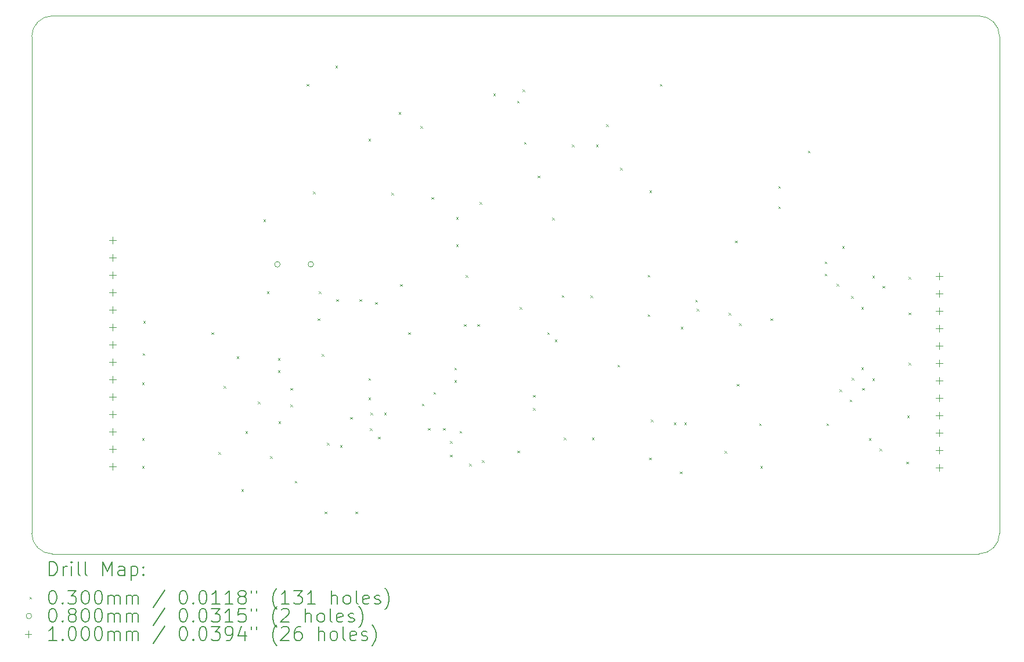
<source format=gbr>
%TF.GenerationSoftware,KiCad,Pcbnew,8.0.4-8.0.4-0~ubuntu22.04.1*%
%TF.CreationDate,2024-08-18T20:01:04-04:00*%
%TF.ProjectId,CS4272-CZZ_Breakout_Board,43533432-3732-42d4-935a-5a5f42726561,rev?*%
%TF.SameCoordinates,Original*%
%TF.FileFunction,Drillmap*%
%TF.FilePolarity,Positive*%
%FSLAX45Y45*%
G04 Gerber Fmt 4.5, Leading zero omitted, Abs format (unit mm)*
G04 Created by KiCad (PCBNEW 8.0.4-8.0.4-0~ubuntu22.04.1) date 2024-08-18 20:01:04*
%MOMM*%
%LPD*%
G01*
G04 APERTURE LIST*
%ADD10C,0.050000*%
%ADD11C,0.200000*%
%ADD12C,0.100000*%
G04 APERTURE END LIST*
D10*
X21732500Y-6135000D02*
G75*
G02*
X22032500Y-6435000I0J-300000D01*
G01*
X8217500Y-6135000D02*
X21732500Y-6135000D01*
X22032500Y-13685000D02*
X22032500Y-6435000D01*
X22032500Y-13685000D02*
G75*
G02*
X21732500Y-13985000I-300000J0D01*
G01*
X8217500Y-13985000D02*
G75*
G02*
X7917500Y-13685000I0J300000D01*
G01*
X7917500Y-13685000D02*
X7917500Y-6435000D01*
X8217500Y-13985000D02*
X21732500Y-13985000D01*
X7917500Y-6435000D02*
G75*
G02*
X8217500Y-6135000I300000J0D01*
G01*
D11*
D12*
X9525000Y-11485000D02*
X9555000Y-11515000D01*
X9555000Y-11485000D02*
X9525000Y-11515000D01*
X9525000Y-12295000D02*
X9555000Y-12325000D01*
X9555000Y-12295000D02*
X9525000Y-12325000D01*
X9525000Y-12705000D02*
X9555000Y-12735000D01*
X9555000Y-12705000D02*
X9525000Y-12735000D01*
X9535000Y-11055000D02*
X9565000Y-11085000D01*
X9565000Y-11055000D02*
X9535000Y-11085000D01*
X9545000Y-10585000D02*
X9575000Y-10615000D01*
X9575000Y-10585000D02*
X9545000Y-10615000D01*
X10537500Y-10750000D02*
X10567500Y-10780000D01*
X10567500Y-10750000D02*
X10537500Y-10780000D01*
X10637500Y-12500000D02*
X10667500Y-12530000D01*
X10667500Y-12500000D02*
X10637500Y-12530000D01*
X10717500Y-11535000D02*
X10747500Y-11565000D01*
X10747500Y-11535000D02*
X10717500Y-11565000D01*
X10905000Y-11105000D02*
X10935000Y-11135000D01*
X10935000Y-11105000D02*
X10905000Y-11135000D01*
X10975000Y-13040000D02*
X11005000Y-13070000D01*
X11005000Y-13040000D02*
X10975000Y-13070000D01*
X11032500Y-12195000D02*
X11062500Y-12225000D01*
X11062500Y-12195000D02*
X11032500Y-12225000D01*
X11215000Y-11765000D02*
X11245000Y-11795000D01*
X11245000Y-11765000D02*
X11215000Y-11795000D01*
X11295000Y-9105000D02*
X11325000Y-9135000D01*
X11325000Y-9105000D02*
X11295000Y-9135000D01*
X11345000Y-10155000D02*
X11375000Y-10185000D01*
X11375000Y-10155000D02*
X11345000Y-10185000D01*
X11395000Y-12557500D02*
X11425000Y-12587500D01*
X11425000Y-12557500D02*
X11395000Y-12587500D01*
X11507500Y-11130000D02*
X11537500Y-11160000D01*
X11537500Y-11130000D02*
X11507500Y-11160000D01*
X11507500Y-11305000D02*
X11537500Y-11335000D01*
X11537500Y-11305000D02*
X11507500Y-11335000D01*
X11517500Y-12050000D02*
X11547500Y-12080000D01*
X11547500Y-12050000D02*
X11517500Y-12080000D01*
X11687500Y-11565000D02*
X11717500Y-11595000D01*
X11717500Y-11565000D02*
X11687500Y-11595000D01*
X11687500Y-11805000D02*
X11717500Y-11835000D01*
X11717500Y-11805000D02*
X11687500Y-11835000D01*
X11755000Y-12917500D02*
X11785000Y-12947500D01*
X11785000Y-12917500D02*
X11755000Y-12947500D01*
X11927500Y-7130000D02*
X11957500Y-7160000D01*
X11957500Y-7130000D02*
X11927500Y-7160000D01*
X12017500Y-8700000D02*
X12047500Y-8730000D01*
X12047500Y-8700000D02*
X12017500Y-8730000D01*
X12087500Y-10550000D02*
X12117500Y-10580000D01*
X12117500Y-10550000D02*
X12087500Y-10580000D01*
X12105000Y-10155000D02*
X12135000Y-10185000D01*
X12135000Y-10155000D02*
X12105000Y-10185000D01*
X12147500Y-11070000D02*
X12177500Y-11100000D01*
X12177500Y-11070000D02*
X12147500Y-11100000D01*
X12190000Y-13367500D02*
X12220000Y-13397500D01*
X12220000Y-13367500D02*
X12190000Y-13397500D01*
X12222500Y-12362500D02*
X12252500Y-12392500D01*
X12252500Y-12362500D02*
X12222500Y-12392500D01*
X12347500Y-6860000D02*
X12377500Y-6890000D01*
X12377500Y-6860000D02*
X12347500Y-6890000D01*
X12357500Y-10270000D02*
X12387500Y-10300000D01*
X12387500Y-10270000D02*
X12357500Y-10300000D01*
X12412500Y-12400000D02*
X12442500Y-12430000D01*
X12442500Y-12400000D02*
X12412500Y-12430000D01*
X12562500Y-11987500D02*
X12592500Y-12017500D01*
X12592500Y-11987500D02*
X12562500Y-12017500D01*
X12637500Y-13370000D02*
X12667500Y-13400000D01*
X12667500Y-13370000D02*
X12637500Y-13400000D01*
X12697500Y-10270000D02*
X12727500Y-10300000D01*
X12727500Y-10270000D02*
X12697500Y-10300000D01*
X12827500Y-7930000D02*
X12857500Y-7960000D01*
X12857500Y-7930000D02*
X12827500Y-7960000D01*
X12827500Y-11420000D02*
X12857500Y-11450000D01*
X12857500Y-11420000D02*
X12827500Y-11450000D01*
X12827500Y-11702500D02*
X12857500Y-11732500D01*
X12857500Y-11702500D02*
X12827500Y-11732500D01*
X12847500Y-12155000D02*
X12877500Y-12185000D01*
X12877500Y-12155000D02*
X12847500Y-12185000D01*
X12857500Y-11925000D02*
X12887500Y-11955000D01*
X12887500Y-11925000D02*
X12857500Y-11955000D01*
X12927500Y-10310000D02*
X12957500Y-10340000D01*
X12957500Y-10310000D02*
X12927500Y-10340000D01*
X12967500Y-12275000D02*
X12997500Y-12305000D01*
X12997500Y-12275000D02*
X12967500Y-12305000D01*
X13057500Y-11925000D02*
X13087500Y-11955000D01*
X13087500Y-11925000D02*
X13057500Y-11955000D01*
X13165000Y-8715000D02*
X13195000Y-8745000D01*
X13195000Y-8715000D02*
X13165000Y-8745000D01*
X13267500Y-7540000D02*
X13297500Y-7570000D01*
X13297500Y-7540000D02*
X13267500Y-7570000D01*
X13287500Y-10050000D02*
X13317500Y-10080000D01*
X13317500Y-10050000D02*
X13287500Y-10080000D01*
X13407500Y-10750000D02*
X13437500Y-10780000D01*
X13437500Y-10750000D02*
X13407500Y-10780000D01*
X13587500Y-7740000D02*
X13617500Y-7770000D01*
X13617500Y-7740000D02*
X13587500Y-7770000D01*
X13607500Y-11795000D02*
X13637500Y-11825000D01*
X13637500Y-11795000D02*
X13607500Y-11825000D01*
X13697500Y-12150000D02*
X13727500Y-12180000D01*
X13727500Y-12150000D02*
X13697500Y-12180000D01*
X13747500Y-8780000D02*
X13777500Y-8810000D01*
X13777500Y-8780000D02*
X13747500Y-8810000D01*
X13777500Y-11625000D02*
X13807500Y-11655000D01*
X13807500Y-11625000D02*
X13777500Y-11655000D01*
X13917500Y-12150000D02*
X13947500Y-12180000D01*
X13947500Y-12150000D02*
X13917500Y-12180000D01*
X14017500Y-12340000D02*
X14047500Y-12370000D01*
X14047500Y-12340000D02*
X14017500Y-12370000D01*
X14017500Y-12540000D02*
X14047500Y-12570000D01*
X14047500Y-12540000D02*
X14017500Y-12570000D01*
X14082500Y-11270000D02*
X14112500Y-11300000D01*
X14112500Y-11270000D02*
X14082500Y-11300000D01*
X14082500Y-11450000D02*
X14112500Y-11480000D01*
X14112500Y-11450000D02*
X14082500Y-11480000D01*
X14107500Y-9070000D02*
X14137500Y-9100000D01*
X14137500Y-9070000D02*
X14107500Y-9100000D01*
X14107500Y-9470000D02*
X14137500Y-9500000D01*
X14137500Y-9470000D02*
X14107500Y-9500000D01*
X14157500Y-12190000D02*
X14187500Y-12220000D01*
X14187500Y-12190000D02*
X14157500Y-12220000D01*
X14220000Y-10635000D02*
X14250000Y-10665000D01*
X14250000Y-10635000D02*
X14220000Y-10665000D01*
X14247500Y-9920000D02*
X14277500Y-9950000D01*
X14277500Y-9920000D02*
X14247500Y-9950000D01*
X14297500Y-12670000D02*
X14327500Y-12700000D01*
X14327500Y-12670000D02*
X14297500Y-12700000D01*
X14417500Y-10635000D02*
X14447500Y-10665000D01*
X14447500Y-10635000D02*
X14417500Y-10665000D01*
X14447500Y-8850000D02*
X14477500Y-8880000D01*
X14477500Y-8850000D02*
X14447500Y-8880000D01*
X14482500Y-12620000D02*
X14512500Y-12650000D01*
X14512500Y-12620000D02*
X14482500Y-12650000D01*
X14647500Y-7270000D02*
X14677500Y-7300000D01*
X14677500Y-7270000D02*
X14647500Y-7300000D01*
X14997500Y-7375000D02*
X15027500Y-7405000D01*
X15027500Y-7375000D02*
X14997500Y-7405000D01*
X15002000Y-12481000D02*
X15032000Y-12511000D01*
X15032000Y-12481000D02*
X15002000Y-12511000D01*
X15032000Y-10382500D02*
X15062000Y-10412500D01*
X15062000Y-10382500D02*
X15032000Y-10412500D01*
X15077500Y-7210000D02*
X15107500Y-7240000D01*
X15107500Y-7210000D02*
X15077500Y-7240000D01*
X15097500Y-7975000D02*
X15127500Y-8005000D01*
X15127500Y-7975000D02*
X15097500Y-8005000D01*
X15227500Y-11665000D02*
X15257500Y-11695000D01*
X15257500Y-11665000D02*
X15227500Y-11695000D01*
X15227500Y-11855000D02*
X15257500Y-11885000D01*
X15257500Y-11855000D02*
X15227500Y-11885000D01*
X15297500Y-8465000D02*
X15327500Y-8495000D01*
X15327500Y-8465000D02*
X15297500Y-8495000D01*
X15437500Y-10750000D02*
X15467500Y-10780000D01*
X15467500Y-10750000D02*
X15437500Y-10780000D01*
X15507500Y-9080000D02*
X15537500Y-9110000D01*
X15537500Y-9080000D02*
X15507500Y-9110000D01*
X15547500Y-10860000D02*
X15577500Y-10890000D01*
X15577500Y-10860000D02*
X15547500Y-10890000D01*
X15647500Y-10210000D02*
X15677500Y-10240000D01*
X15677500Y-10210000D02*
X15647500Y-10240000D01*
X15677500Y-12290000D02*
X15707500Y-12320000D01*
X15707500Y-12290000D02*
X15677500Y-12320000D01*
X15797500Y-8015000D02*
X15827500Y-8045000D01*
X15827500Y-8015000D02*
X15797500Y-8045000D01*
X16065000Y-10215000D02*
X16095000Y-10245000D01*
X16095000Y-10215000D02*
X16065000Y-10245000D01*
X16087500Y-12290000D02*
X16117500Y-12320000D01*
X16117500Y-12290000D02*
X16087500Y-12320000D01*
X16147500Y-8015000D02*
X16177500Y-8045000D01*
X16177500Y-8015000D02*
X16147500Y-8045000D01*
X16295000Y-7715000D02*
X16325000Y-7745000D01*
X16325000Y-7715000D02*
X16295000Y-7745000D01*
X16460000Y-11227500D02*
X16490000Y-11257500D01*
X16490000Y-11227500D02*
X16460000Y-11257500D01*
X16500000Y-8352500D02*
X16530000Y-8382500D01*
X16530000Y-8352500D02*
X16500000Y-8382500D01*
X16900000Y-9912500D02*
X16930000Y-9942500D01*
X16930000Y-9912500D02*
X16900000Y-9942500D01*
X16900000Y-10487500D02*
X16930000Y-10517500D01*
X16930000Y-10487500D02*
X16900000Y-10517500D01*
X16920000Y-12580000D02*
X16950000Y-12610000D01*
X16950000Y-12580000D02*
X16920000Y-12610000D01*
X16927500Y-8680000D02*
X16957500Y-8710000D01*
X16957500Y-8680000D02*
X16927500Y-8710000D01*
X16947500Y-12027500D02*
X16977500Y-12057500D01*
X16977500Y-12027500D02*
X16947500Y-12057500D01*
X17077500Y-7130000D02*
X17107500Y-7160000D01*
X17107500Y-7130000D02*
X17077500Y-7160000D01*
X17282000Y-12070000D02*
X17312000Y-12100000D01*
X17312000Y-12070000D02*
X17282000Y-12100000D01*
X17372500Y-12785000D02*
X17402500Y-12815000D01*
X17402500Y-12785000D02*
X17372500Y-12815000D01*
X17382500Y-10670000D02*
X17412500Y-10700000D01*
X17412500Y-10670000D02*
X17382500Y-10700000D01*
X17432500Y-12070000D02*
X17462500Y-12100000D01*
X17462500Y-12070000D02*
X17432500Y-12100000D01*
X17594500Y-10279000D02*
X17624500Y-10309000D01*
X17624500Y-10279000D02*
X17594500Y-10309000D01*
X17617500Y-10410000D02*
X17647500Y-10440000D01*
X17647500Y-10410000D02*
X17617500Y-10440000D01*
X18022500Y-12482500D02*
X18052500Y-12512500D01*
X18052500Y-12482500D02*
X18022500Y-12512500D01*
X18082500Y-10470000D02*
X18112500Y-10500000D01*
X18112500Y-10470000D02*
X18082500Y-10500000D01*
X18175000Y-9412500D02*
X18205000Y-9442500D01*
X18205000Y-9412500D02*
X18175000Y-9442500D01*
X18202000Y-11507250D02*
X18232000Y-11537250D01*
X18232000Y-11507250D02*
X18202000Y-11537250D01*
X18232500Y-10620000D02*
X18262500Y-10650000D01*
X18262500Y-10620000D02*
X18232500Y-10650000D01*
X18527500Y-12080000D02*
X18557500Y-12110000D01*
X18557500Y-12080000D02*
X18527500Y-12110000D01*
X18542500Y-12702500D02*
X18572500Y-12732500D01*
X18572500Y-12702500D02*
X18542500Y-12732500D01*
X18690000Y-10547500D02*
X18720000Y-10577500D01*
X18720000Y-10547500D02*
X18690000Y-10577500D01*
X18807500Y-8620000D02*
X18837500Y-8650000D01*
X18837500Y-8620000D02*
X18807500Y-8650000D01*
X18807500Y-8915000D02*
X18837500Y-8945000D01*
X18837500Y-8915000D02*
X18807500Y-8945000D01*
X19237500Y-8102500D02*
X19267500Y-8132500D01*
X19267500Y-8102500D02*
X19237500Y-8132500D01*
X19482500Y-9720000D02*
X19512500Y-9750000D01*
X19512500Y-9720000D02*
X19482500Y-9750000D01*
X19482500Y-9895000D02*
X19512500Y-9925000D01*
X19512500Y-9895000D02*
X19482500Y-9925000D01*
X19507500Y-12080000D02*
X19537500Y-12110000D01*
X19537500Y-12080000D02*
X19507500Y-12110000D01*
X19657500Y-10045000D02*
X19687500Y-10075000D01*
X19687500Y-10045000D02*
X19657500Y-10075000D01*
X19697500Y-11585000D02*
X19727500Y-11615000D01*
X19727500Y-11585000D02*
X19697500Y-11615000D01*
X19737500Y-9495000D02*
X19767500Y-9525000D01*
X19767500Y-9495000D02*
X19737500Y-9525000D01*
X19847500Y-11735000D02*
X19877500Y-11765000D01*
X19877500Y-11735000D02*
X19847500Y-11765000D01*
X19867500Y-10225000D02*
X19897500Y-10255000D01*
X19897500Y-10225000D02*
X19867500Y-10255000D01*
X19877500Y-11415000D02*
X19907500Y-11445000D01*
X19907500Y-11415000D02*
X19877500Y-11445000D01*
X20017500Y-10385000D02*
X20047500Y-10415000D01*
X20047500Y-10385000D02*
X20017500Y-10415000D01*
X20017500Y-11265000D02*
X20047500Y-11295000D01*
X20047500Y-11265000D02*
X20017500Y-11295000D01*
X20027500Y-11565000D02*
X20057500Y-11595000D01*
X20057500Y-11565000D02*
X20027500Y-11595000D01*
X20127500Y-12295000D02*
X20157500Y-12325000D01*
X20157500Y-12295000D02*
X20127500Y-12325000D01*
X20177500Y-9925000D02*
X20207500Y-9955000D01*
X20207500Y-9925000D02*
X20177500Y-9955000D01*
X20177500Y-11425000D02*
X20207500Y-11455000D01*
X20207500Y-11425000D02*
X20177500Y-11455000D01*
X20282500Y-12450000D02*
X20312500Y-12480000D01*
X20312500Y-12450000D02*
X20282500Y-12480000D01*
X20327500Y-10075000D02*
X20357500Y-10105000D01*
X20357500Y-10075000D02*
X20327500Y-10105000D01*
X20675000Y-12640000D02*
X20705000Y-12670000D01*
X20705000Y-12640000D02*
X20675000Y-12670000D01*
X20685000Y-11965000D02*
X20715000Y-11995000D01*
X20715000Y-11965000D02*
X20685000Y-11995000D01*
X20705000Y-9945000D02*
X20735000Y-9975000D01*
X20735000Y-9945000D02*
X20705000Y-9975000D01*
X20705000Y-10465000D02*
X20735000Y-10495000D01*
X20735000Y-10465000D02*
X20705000Y-10495000D01*
X20705000Y-11195000D02*
X20735000Y-11225000D01*
X20735000Y-11195000D02*
X20705000Y-11225000D01*
X11539500Y-9760000D02*
G75*
G02*
X11459500Y-9760000I-40000J0D01*
G01*
X11459500Y-9760000D02*
G75*
G02*
X11539500Y-9760000I40000J0D01*
G01*
X12027500Y-9760000D02*
G75*
G02*
X11947500Y-9760000I-40000J0D01*
G01*
X11947500Y-9760000D02*
G75*
G02*
X12027500Y-9760000I40000J0D01*
G01*
X9100000Y-9360000D02*
X9100000Y-9460000D01*
X9050000Y-9410000D02*
X9150000Y-9410000D01*
X9100000Y-9614000D02*
X9100000Y-9714000D01*
X9050000Y-9664000D02*
X9150000Y-9664000D01*
X9100000Y-9868000D02*
X9100000Y-9968000D01*
X9050000Y-9918000D02*
X9150000Y-9918000D01*
X9100000Y-10122000D02*
X9100000Y-10222000D01*
X9050000Y-10172000D02*
X9150000Y-10172000D01*
X9100000Y-10376000D02*
X9100000Y-10476000D01*
X9050000Y-10426000D02*
X9150000Y-10426000D01*
X9100000Y-10630000D02*
X9100000Y-10730000D01*
X9050000Y-10680000D02*
X9150000Y-10680000D01*
X9100000Y-10884000D02*
X9100000Y-10984000D01*
X9050000Y-10934000D02*
X9150000Y-10934000D01*
X9100000Y-11138000D02*
X9100000Y-11238000D01*
X9050000Y-11188000D02*
X9150000Y-11188000D01*
X9100000Y-11392000D02*
X9100000Y-11492000D01*
X9050000Y-11442000D02*
X9150000Y-11442000D01*
X9100000Y-11646000D02*
X9100000Y-11746000D01*
X9050000Y-11696000D02*
X9150000Y-11696000D01*
X9100000Y-11900000D02*
X9100000Y-12000000D01*
X9050000Y-11950000D02*
X9150000Y-11950000D01*
X9100000Y-12154000D02*
X9100000Y-12254000D01*
X9050000Y-12204000D02*
X9150000Y-12204000D01*
X9100000Y-12408000D02*
X9100000Y-12508000D01*
X9050000Y-12458000D02*
X9150000Y-12458000D01*
X9100000Y-12662000D02*
X9100000Y-12762000D01*
X9050000Y-12712000D02*
X9150000Y-12712000D01*
X21150625Y-9884750D02*
X21150625Y-9984750D01*
X21100625Y-9934750D02*
X21200625Y-9934750D01*
X21150625Y-10138750D02*
X21150625Y-10238750D01*
X21100625Y-10188750D02*
X21200625Y-10188750D01*
X21150625Y-10392750D02*
X21150625Y-10492750D01*
X21100625Y-10442750D02*
X21200625Y-10442750D01*
X21150625Y-10646750D02*
X21150625Y-10746750D01*
X21100625Y-10696750D02*
X21200625Y-10696750D01*
X21150625Y-10900750D02*
X21150625Y-11000750D01*
X21100625Y-10950750D02*
X21200625Y-10950750D01*
X21150625Y-11154750D02*
X21150625Y-11254750D01*
X21100625Y-11204750D02*
X21200625Y-11204750D01*
X21150625Y-11408750D02*
X21150625Y-11508750D01*
X21100625Y-11458750D02*
X21200625Y-11458750D01*
X21150625Y-11662750D02*
X21150625Y-11762750D01*
X21100625Y-11712750D02*
X21200625Y-11712750D01*
X21150625Y-11916750D02*
X21150625Y-12016750D01*
X21100625Y-11966750D02*
X21200625Y-11966750D01*
X21150625Y-12170750D02*
X21150625Y-12270750D01*
X21100625Y-12220750D02*
X21200625Y-12220750D01*
X21150625Y-12424750D02*
X21150625Y-12524750D01*
X21100625Y-12474750D02*
X21200625Y-12474750D01*
X21150625Y-12678750D02*
X21150625Y-12778750D01*
X21100625Y-12728750D02*
X21200625Y-12728750D01*
D11*
X8175777Y-14298984D02*
X8175777Y-14098984D01*
X8175777Y-14098984D02*
X8223396Y-14098984D01*
X8223396Y-14098984D02*
X8251967Y-14108508D01*
X8251967Y-14108508D02*
X8271015Y-14127555D01*
X8271015Y-14127555D02*
X8280539Y-14146603D01*
X8280539Y-14146603D02*
X8290062Y-14184698D01*
X8290062Y-14184698D02*
X8290062Y-14213269D01*
X8290062Y-14213269D02*
X8280539Y-14251365D01*
X8280539Y-14251365D02*
X8271015Y-14270412D01*
X8271015Y-14270412D02*
X8251967Y-14289460D01*
X8251967Y-14289460D02*
X8223396Y-14298984D01*
X8223396Y-14298984D02*
X8175777Y-14298984D01*
X8375777Y-14298984D02*
X8375777Y-14165650D01*
X8375777Y-14203746D02*
X8385301Y-14184698D01*
X8385301Y-14184698D02*
X8394824Y-14175174D01*
X8394824Y-14175174D02*
X8413872Y-14165650D01*
X8413872Y-14165650D02*
X8432920Y-14165650D01*
X8499586Y-14298984D02*
X8499586Y-14165650D01*
X8499586Y-14098984D02*
X8490063Y-14108508D01*
X8490063Y-14108508D02*
X8499586Y-14118031D01*
X8499586Y-14118031D02*
X8509110Y-14108508D01*
X8509110Y-14108508D02*
X8499586Y-14098984D01*
X8499586Y-14098984D02*
X8499586Y-14118031D01*
X8623396Y-14298984D02*
X8604348Y-14289460D01*
X8604348Y-14289460D02*
X8594824Y-14270412D01*
X8594824Y-14270412D02*
X8594824Y-14098984D01*
X8728158Y-14298984D02*
X8709110Y-14289460D01*
X8709110Y-14289460D02*
X8699586Y-14270412D01*
X8699586Y-14270412D02*
X8699586Y-14098984D01*
X8956729Y-14298984D02*
X8956729Y-14098984D01*
X8956729Y-14098984D02*
X9023396Y-14241841D01*
X9023396Y-14241841D02*
X9090063Y-14098984D01*
X9090063Y-14098984D02*
X9090063Y-14298984D01*
X9271015Y-14298984D02*
X9271015Y-14194222D01*
X9271015Y-14194222D02*
X9261491Y-14175174D01*
X9261491Y-14175174D02*
X9242444Y-14165650D01*
X9242444Y-14165650D02*
X9204348Y-14165650D01*
X9204348Y-14165650D02*
X9185301Y-14175174D01*
X9271015Y-14289460D02*
X9251967Y-14298984D01*
X9251967Y-14298984D02*
X9204348Y-14298984D01*
X9204348Y-14298984D02*
X9185301Y-14289460D01*
X9185301Y-14289460D02*
X9175777Y-14270412D01*
X9175777Y-14270412D02*
X9175777Y-14251365D01*
X9175777Y-14251365D02*
X9185301Y-14232317D01*
X9185301Y-14232317D02*
X9204348Y-14222793D01*
X9204348Y-14222793D02*
X9251967Y-14222793D01*
X9251967Y-14222793D02*
X9271015Y-14213269D01*
X9366253Y-14165650D02*
X9366253Y-14365650D01*
X9366253Y-14175174D02*
X9385301Y-14165650D01*
X9385301Y-14165650D02*
X9423396Y-14165650D01*
X9423396Y-14165650D02*
X9442444Y-14175174D01*
X9442444Y-14175174D02*
X9451967Y-14184698D01*
X9451967Y-14184698D02*
X9461491Y-14203746D01*
X9461491Y-14203746D02*
X9461491Y-14260888D01*
X9461491Y-14260888D02*
X9451967Y-14279936D01*
X9451967Y-14279936D02*
X9442444Y-14289460D01*
X9442444Y-14289460D02*
X9423396Y-14298984D01*
X9423396Y-14298984D02*
X9385301Y-14298984D01*
X9385301Y-14298984D02*
X9366253Y-14289460D01*
X9547205Y-14279936D02*
X9556729Y-14289460D01*
X9556729Y-14289460D02*
X9547205Y-14298984D01*
X9547205Y-14298984D02*
X9537682Y-14289460D01*
X9537682Y-14289460D02*
X9547205Y-14279936D01*
X9547205Y-14279936D02*
X9547205Y-14298984D01*
X9547205Y-14175174D02*
X9556729Y-14184698D01*
X9556729Y-14184698D02*
X9547205Y-14194222D01*
X9547205Y-14194222D02*
X9537682Y-14184698D01*
X9537682Y-14184698D02*
X9547205Y-14175174D01*
X9547205Y-14175174D02*
X9547205Y-14194222D01*
D12*
X7885000Y-14612500D02*
X7915000Y-14642500D01*
X7915000Y-14612500D02*
X7885000Y-14642500D01*
D11*
X8213872Y-14518984D02*
X8232920Y-14518984D01*
X8232920Y-14518984D02*
X8251967Y-14528508D01*
X8251967Y-14528508D02*
X8261491Y-14538031D01*
X8261491Y-14538031D02*
X8271015Y-14557079D01*
X8271015Y-14557079D02*
X8280539Y-14595174D01*
X8280539Y-14595174D02*
X8280539Y-14642793D01*
X8280539Y-14642793D02*
X8271015Y-14680888D01*
X8271015Y-14680888D02*
X8261491Y-14699936D01*
X8261491Y-14699936D02*
X8251967Y-14709460D01*
X8251967Y-14709460D02*
X8232920Y-14718984D01*
X8232920Y-14718984D02*
X8213872Y-14718984D01*
X8213872Y-14718984D02*
X8194824Y-14709460D01*
X8194824Y-14709460D02*
X8185301Y-14699936D01*
X8185301Y-14699936D02*
X8175777Y-14680888D01*
X8175777Y-14680888D02*
X8166253Y-14642793D01*
X8166253Y-14642793D02*
X8166253Y-14595174D01*
X8166253Y-14595174D02*
X8175777Y-14557079D01*
X8175777Y-14557079D02*
X8185301Y-14538031D01*
X8185301Y-14538031D02*
X8194824Y-14528508D01*
X8194824Y-14528508D02*
X8213872Y-14518984D01*
X8366253Y-14699936D02*
X8375777Y-14709460D01*
X8375777Y-14709460D02*
X8366253Y-14718984D01*
X8366253Y-14718984D02*
X8356729Y-14709460D01*
X8356729Y-14709460D02*
X8366253Y-14699936D01*
X8366253Y-14699936D02*
X8366253Y-14718984D01*
X8442444Y-14518984D02*
X8566253Y-14518984D01*
X8566253Y-14518984D02*
X8499586Y-14595174D01*
X8499586Y-14595174D02*
X8528158Y-14595174D01*
X8528158Y-14595174D02*
X8547205Y-14604698D01*
X8547205Y-14604698D02*
X8556729Y-14614222D01*
X8556729Y-14614222D02*
X8566253Y-14633269D01*
X8566253Y-14633269D02*
X8566253Y-14680888D01*
X8566253Y-14680888D02*
X8556729Y-14699936D01*
X8556729Y-14699936D02*
X8547205Y-14709460D01*
X8547205Y-14709460D02*
X8528158Y-14718984D01*
X8528158Y-14718984D02*
X8471015Y-14718984D01*
X8471015Y-14718984D02*
X8451967Y-14709460D01*
X8451967Y-14709460D02*
X8442444Y-14699936D01*
X8690063Y-14518984D02*
X8709110Y-14518984D01*
X8709110Y-14518984D02*
X8728158Y-14528508D01*
X8728158Y-14528508D02*
X8737682Y-14538031D01*
X8737682Y-14538031D02*
X8747205Y-14557079D01*
X8747205Y-14557079D02*
X8756729Y-14595174D01*
X8756729Y-14595174D02*
X8756729Y-14642793D01*
X8756729Y-14642793D02*
X8747205Y-14680888D01*
X8747205Y-14680888D02*
X8737682Y-14699936D01*
X8737682Y-14699936D02*
X8728158Y-14709460D01*
X8728158Y-14709460D02*
X8709110Y-14718984D01*
X8709110Y-14718984D02*
X8690063Y-14718984D01*
X8690063Y-14718984D02*
X8671015Y-14709460D01*
X8671015Y-14709460D02*
X8661491Y-14699936D01*
X8661491Y-14699936D02*
X8651967Y-14680888D01*
X8651967Y-14680888D02*
X8642444Y-14642793D01*
X8642444Y-14642793D02*
X8642444Y-14595174D01*
X8642444Y-14595174D02*
X8651967Y-14557079D01*
X8651967Y-14557079D02*
X8661491Y-14538031D01*
X8661491Y-14538031D02*
X8671015Y-14528508D01*
X8671015Y-14528508D02*
X8690063Y-14518984D01*
X8880539Y-14518984D02*
X8899586Y-14518984D01*
X8899586Y-14518984D02*
X8918634Y-14528508D01*
X8918634Y-14528508D02*
X8928158Y-14538031D01*
X8928158Y-14538031D02*
X8937682Y-14557079D01*
X8937682Y-14557079D02*
X8947205Y-14595174D01*
X8947205Y-14595174D02*
X8947205Y-14642793D01*
X8947205Y-14642793D02*
X8937682Y-14680888D01*
X8937682Y-14680888D02*
X8928158Y-14699936D01*
X8928158Y-14699936D02*
X8918634Y-14709460D01*
X8918634Y-14709460D02*
X8899586Y-14718984D01*
X8899586Y-14718984D02*
X8880539Y-14718984D01*
X8880539Y-14718984D02*
X8861491Y-14709460D01*
X8861491Y-14709460D02*
X8851967Y-14699936D01*
X8851967Y-14699936D02*
X8842444Y-14680888D01*
X8842444Y-14680888D02*
X8832920Y-14642793D01*
X8832920Y-14642793D02*
X8832920Y-14595174D01*
X8832920Y-14595174D02*
X8842444Y-14557079D01*
X8842444Y-14557079D02*
X8851967Y-14538031D01*
X8851967Y-14538031D02*
X8861491Y-14528508D01*
X8861491Y-14528508D02*
X8880539Y-14518984D01*
X9032920Y-14718984D02*
X9032920Y-14585650D01*
X9032920Y-14604698D02*
X9042444Y-14595174D01*
X9042444Y-14595174D02*
X9061491Y-14585650D01*
X9061491Y-14585650D02*
X9090063Y-14585650D01*
X9090063Y-14585650D02*
X9109110Y-14595174D01*
X9109110Y-14595174D02*
X9118634Y-14614222D01*
X9118634Y-14614222D02*
X9118634Y-14718984D01*
X9118634Y-14614222D02*
X9128158Y-14595174D01*
X9128158Y-14595174D02*
X9147205Y-14585650D01*
X9147205Y-14585650D02*
X9175777Y-14585650D01*
X9175777Y-14585650D02*
X9194825Y-14595174D01*
X9194825Y-14595174D02*
X9204348Y-14614222D01*
X9204348Y-14614222D02*
X9204348Y-14718984D01*
X9299586Y-14718984D02*
X9299586Y-14585650D01*
X9299586Y-14604698D02*
X9309110Y-14595174D01*
X9309110Y-14595174D02*
X9328158Y-14585650D01*
X9328158Y-14585650D02*
X9356729Y-14585650D01*
X9356729Y-14585650D02*
X9375777Y-14595174D01*
X9375777Y-14595174D02*
X9385301Y-14614222D01*
X9385301Y-14614222D02*
X9385301Y-14718984D01*
X9385301Y-14614222D02*
X9394825Y-14595174D01*
X9394825Y-14595174D02*
X9413872Y-14585650D01*
X9413872Y-14585650D02*
X9442444Y-14585650D01*
X9442444Y-14585650D02*
X9461491Y-14595174D01*
X9461491Y-14595174D02*
X9471015Y-14614222D01*
X9471015Y-14614222D02*
X9471015Y-14718984D01*
X9861491Y-14509460D02*
X9690063Y-14766603D01*
X10118634Y-14518984D02*
X10137682Y-14518984D01*
X10137682Y-14518984D02*
X10156729Y-14528508D01*
X10156729Y-14528508D02*
X10166253Y-14538031D01*
X10166253Y-14538031D02*
X10175777Y-14557079D01*
X10175777Y-14557079D02*
X10185301Y-14595174D01*
X10185301Y-14595174D02*
X10185301Y-14642793D01*
X10185301Y-14642793D02*
X10175777Y-14680888D01*
X10175777Y-14680888D02*
X10166253Y-14699936D01*
X10166253Y-14699936D02*
X10156729Y-14709460D01*
X10156729Y-14709460D02*
X10137682Y-14718984D01*
X10137682Y-14718984D02*
X10118634Y-14718984D01*
X10118634Y-14718984D02*
X10099587Y-14709460D01*
X10099587Y-14709460D02*
X10090063Y-14699936D01*
X10090063Y-14699936D02*
X10080539Y-14680888D01*
X10080539Y-14680888D02*
X10071015Y-14642793D01*
X10071015Y-14642793D02*
X10071015Y-14595174D01*
X10071015Y-14595174D02*
X10080539Y-14557079D01*
X10080539Y-14557079D02*
X10090063Y-14538031D01*
X10090063Y-14538031D02*
X10099587Y-14528508D01*
X10099587Y-14528508D02*
X10118634Y-14518984D01*
X10271015Y-14699936D02*
X10280539Y-14709460D01*
X10280539Y-14709460D02*
X10271015Y-14718984D01*
X10271015Y-14718984D02*
X10261491Y-14709460D01*
X10261491Y-14709460D02*
X10271015Y-14699936D01*
X10271015Y-14699936D02*
X10271015Y-14718984D01*
X10404348Y-14518984D02*
X10423396Y-14518984D01*
X10423396Y-14518984D02*
X10442444Y-14528508D01*
X10442444Y-14528508D02*
X10451968Y-14538031D01*
X10451968Y-14538031D02*
X10461491Y-14557079D01*
X10461491Y-14557079D02*
X10471015Y-14595174D01*
X10471015Y-14595174D02*
X10471015Y-14642793D01*
X10471015Y-14642793D02*
X10461491Y-14680888D01*
X10461491Y-14680888D02*
X10451968Y-14699936D01*
X10451968Y-14699936D02*
X10442444Y-14709460D01*
X10442444Y-14709460D02*
X10423396Y-14718984D01*
X10423396Y-14718984D02*
X10404348Y-14718984D01*
X10404348Y-14718984D02*
X10385301Y-14709460D01*
X10385301Y-14709460D02*
X10375777Y-14699936D01*
X10375777Y-14699936D02*
X10366253Y-14680888D01*
X10366253Y-14680888D02*
X10356729Y-14642793D01*
X10356729Y-14642793D02*
X10356729Y-14595174D01*
X10356729Y-14595174D02*
X10366253Y-14557079D01*
X10366253Y-14557079D02*
X10375777Y-14538031D01*
X10375777Y-14538031D02*
X10385301Y-14528508D01*
X10385301Y-14528508D02*
X10404348Y-14518984D01*
X10661491Y-14718984D02*
X10547206Y-14718984D01*
X10604348Y-14718984D02*
X10604348Y-14518984D01*
X10604348Y-14518984D02*
X10585301Y-14547555D01*
X10585301Y-14547555D02*
X10566253Y-14566603D01*
X10566253Y-14566603D02*
X10547206Y-14576127D01*
X10851968Y-14718984D02*
X10737682Y-14718984D01*
X10794825Y-14718984D02*
X10794825Y-14518984D01*
X10794825Y-14518984D02*
X10775777Y-14547555D01*
X10775777Y-14547555D02*
X10756729Y-14566603D01*
X10756729Y-14566603D02*
X10737682Y-14576127D01*
X10966253Y-14604698D02*
X10947206Y-14595174D01*
X10947206Y-14595174D02*
X10937682Y-14585650D01*
X10937682Y-14585650D02*
X10928158Y-14566603D01*
X10928158Y-14566603D02*
X10928158Y-14557079D01*
X10928158Y-14557079D02*
X10937682Y-14538031D01*
X10937682Y-14538031D02*
X10947206Y-14528508D01*
X10947206Y-14528508D02*
X10966253Y-14518984D01*
X10966253Y-14518984D02*
X11004349Y-14518984D01*
X11004349Y-14518984D02*
X11023396Y-14528508D01*
X11023396Y-14528508D02*
X11032920Y-14538031D01*
X11032920Y-14538031D02*
X11042444Y-14557079D01*
X11042444Y-14557079D02*
X11042444Y-14566603D01*
X11042444Y-14566603D02*
X11032920Y-14585650D01*
X11032920Y-14585650D02*
X11023396Y-14595174D01*
X11023396Y-14595174D02*
X11004349Y-14604698D01*
X11004349Y-14604698D02*
X10966253Y-14604698D01*
X10966253Y-14604698D02*
X10947206Y-14614222D01*
X10947206Y-14614222D02*
X10937682Y-14623746D01*
X10937682Y-14623746D02*
X10928158Y-14642793D01*
X10928158Y-14642793D02*
X10928158Y-14680888D01*
X10928158Y-14680888D02*
X10937682Y-14699936D01*
X10937682Y-14699936D02*
X10947206Y-14709460D01*
X10947206Y-14709460D02*
X10966253Y-14718984D01*
X10966253Y-14718984D02*
X11004349Y-14718984D01*
X11004349Y-14718984D02*
X11023396Y-14709460D01*
X11023396Y-14709460D02*
X11032920Y-14699936D01*
X11032920Y-14699936D02*
X11042444Y-14680888D01*
X11042444Y-14680888D02*
X11042444Y-14642793D01*
X11042444Y-14642793D02*
X11032920Y-14623746D01*
X11032920Y-14623746D02*
X11023396Y-14614222D01*
X11023396Y-14614222D02*
X11004349Y-14604698D01*
X11118634Y-14518984D02*
X11118634Y-14557079D01*
X11194825Y-14518984D02*
X11194825Y-14557079D01*
X11490063Y-14795174D02*
X11480539Y-14785650D01*
X11480539Y-14785650D02*
X11461491Y-14757079D01*
X11461491Y-14757079D02*
X11451968Y-14738031D01*
X11451968Y-14738031D02*
X11442444Y-14709460D01*
X11442444Y-14709460D02*
X11432920Y-14661841D01*
X11432920Y-14661841D02*
X11432920Y-14623746D01*
X11432920Y-14623746D02*
X11442444Y-14576127D01*
X11442444Y-14576127D02*
X11451968Y-14547555D01*
X11451968Y-14547555D02*
X11461491Y-14528508D01*
X11461491Y-14528508D02*
X11480539Y-14499936D01*
X11480539Y-14499936D02*
X11490063Y-14490412D01*
X11671015Y-14718984D02*
X11556729Y-14718984D01*
X11613872Y-14718984D02*
X11613872Y-14518984D01*
X11613872Y-14518984D02*
X11594825Y-14547555D01*
X11594825Y-14547555D02*
X11575777Y-14566603D01*
X11575777Y-14566603D02*
X11556729Y-14576127D01*
X11737682Y-14518984D02*
X11861491Y-14518984D01*
X11861491Y-14518984D02*
X11794825Y-14595174D01*
X11794825Y-14595174D02*
X11823396Y-14595174D01*
X11823396Y-14595174D02*
X11842444Y-14604698D01*
X11842444Y-14604698D02*
X11851968Y-14614222D01*
X11851968Y-14614222D02*
X11861491Y-14633269D01*
X11861491Y-14633269D02*
X11861491Y-14680888D01*
X11861491Y-14680888D02*
X11851968Y-14699936D01*
X11851968Y-14699936D02*
X11842444Y-14709460D01*
X11842444Y-14709460D02*
X11823396Y-14718984D01*
X11823396Y-14718984D02*
X11766253Y-14718984D01*
X11766253Y-14718984D02*
X11747206Y-14709460D01*
X11747206Y-14709460D02*
X11737682Y-14699936D01*
X12051968Y-14718984D02*
X11937682Y-14718984D01*
X11994825Y-14718984D02*
X11994825Y-14518984D01*
X11994825Y-14518984D02*
X11975777Y-14547555D01*
X11975777Y-14547555D02*
X11956729Y-14566603D01*
X11956729Y-14566603D02*
X11937682Y-14576127D01*
X12290063Y-14718984D02*
X12290063Y-14518984D01*
X12375777Y-14718984D02*
X12375777Y-14614222D01*
X12375777Y-14614222D02*
X12366253Y-14595174D01*
X12366253Y-14595174D02*
X12347206Y-14585650D01*
X12347206Y-14585650D02*
X12318634Y-14585650D01*
X12318634Y-14585650D02*
X12299587Y-14595174D01*
X12299587Y-14595174D02*
X12290063Y-14604698D01*
X12499587Y-14718984D02*
X12480539Y-14709460D01*
X12480539Y-14709460D02*
X12471015Y-14699936D01*
X12471015Y-14699936D02*
X12461491Y-14680888D01*
X12461491Y-14680888D02*
X12461491Y-14623746D01*
X12461491Y-14623746D02*
X12471015Y-14604698D01*
X12471015Y-14604698D02*
X12480539Y-14595174D01*
X12480539Y-14595174D02*
X12499587Y-14585650D01*
X12499587Y-14585650D02*
X12528158Y-14585650D01*
X12528158Y-14585650D02*
X12547206Y-14595174D01*
X12547206Y-14595174D02*
X12556730Y-14604698D01*
X12556730Y-14604698D02*
X12566253Y-14623746D01*
X12566253Y-14623746D02*
X12566253Y-14680888D01*
X12566253Y-14680888D02*
X12556730Y-14699936D01*
X12556730Y-14699936D02*
X12547206Y-14709460D01*
X12547206Y-14709460D02*
X12528158Y-14718984D01*
X12528158Y-14718984D02*
X12499587Y-14718984D01*
X12680539Y-14718984D02*
X12661491Y-14709460D01*
X12661491Y-14709460D02*
X12651968Y-14690412D01*
X12651968Y-14690412D02*
X12651968Y-14518984D01*
X12832920Y-14709460D02*
X12813872Y-14718984D01*
X12813872Y-14718984D02*
X12775777Y-14718984D01*
X12775777Y-14718984D02*
X12756730Y-14709460D01*
X12756730Y-14709460D02*
X12747206Y-14690412D01*
X12747206Y-14690412D02*
X12747206Y-14614222D01*
X12747206Y-14614222D02*
X12756730Y-14595174D01*
X12756730Y-14595174D02*
X12775777Y-14585650D01*
X12775777Y-14585650D02*
X12813872Y-14585650D01*
X12813872Y-14585650D02*
X12832920Y-14595174D01*
X12832920Y-14595174D02*
X12842444Y-14614222D01*
X12842444Y-14614222D02*
X12842444Y-14633269D01*
X12842444Y-14633269D02*
X12747206Y-14652317D01*
X12918634Y-14709460D02*
X12937682Y-14718984D01*
X12937682Y-14718984D02*
X12975777Y-14718984D01*
X12975777Y-14718984D02*
X12994825Y-14709460D01*
X12994825Y-14709460D02*
X13004349Y-14690412D01*
X13004349Y-14690412D02*
X13004349Y-14680888D01*
X13004349Y-14680888D02*
X12994825Y-14661841D01*
X12994825Y-14661841D02*
X12975777Y-14652317D01*
X12975777Y-14652317D02*
X12947206Y-14652317D01*
X12947206Y-14652317D02*
X12928158Y-14642793D01*
X12928158Y-14642793D02*
X12918634Y-14623746D01*
X12918634Y-14623746D02*
X12918634Y-14614222D01*
X12918634Y-14614222D02*
X12928158Y-14595174D01*
X12928158Y-14595174D02*
X12947206Y-14585650D01*
X12947206Y-14585650D02*
X12975777Y-14585650D01*
X12975777Y-14585650D02*
X12994825Y-14595174D01*
X13071015Y-14795174D02*
X13080539Y-14785650D01*
X13080539Y-14785650D02*
X13099587Y-14757079D01*
X13099587Y-14757079D02*
X13109111Y-14738031D01*
X13109111Y-14738031D02*
X13118634Y-14709460D01*
X13118634Y-14709460D02*
X13128158Y-14661841D01*
X13128158Y-14661841D02*
X13128158Y-14623746D01*
X13128158Y-14623746D02*
X13118634Y-14576127D01*
X13118634Y-14576127D02*
X13109111Y-14547555D01*
X13109111Y-14547555D02*
X13099587Y-14528508D01*
X13099587Y-14528508D02*
X13080539Y-14499936D01*
X13080539Y-14499936D02*
X13071015Y-14490412D01*
D12*
X7915000Y-14891500D02*
G75*
G02*
X7835000Y-14891500I-40000J0D01*
G01*
X7835000Y-14891500D02*
G75*
G02*
X7915000Y-14891500I40000J0D01*
G01*
D11*
X8213872Y-14782984D02*
X8232920Y-14782984D01*
X8232920Y-14782984D02*
X8251967Y-14792508D01*
X8251967Y-14792508D02*
X8261491Y-14802031D01*
X8261491Y-14802031D02*
X8271015Y-14821079D01*
X8271015Y-14821079D02*
X8280539Y-14859174D01*
X8280539Y-14859174D02*
X8280539Y-14906793D01*
X8280539Y-14906793D02*
X8271015Y-14944888D01*
X8271015Y-14944888D02*
X8261491Y-14963936D01*
X8261491Y-14963936D02*
X8251967Y-14973460D01*
X8251967Y-14973460D02*
X8232920Y-14982984D01*
X8232920Y-14982984D02*
X8213872Y-14982984D01*
X8213872Y-14982984D02*
X8194824Y-14973460D01*
X8194824Y-14973460D02*
X8185301Y-14963936D01*
X8185301Y-14963936D02*
X8175777Y-14944888D01*
X8175777Y-14944888D02*
X8166253Y-14906793D01*
X8166253Y-14906793D02*
X8166253Y-14859174D01*
X8166253Y-14859174D02*
X8175777Y-14821079D01*
X8175777Y-14821079D02*
X8185301Y-14802031D01*
X8185301Y-14802031D02*
X8194824Y-14792508D01*
X8194824Y-14792508D02*
X8213872Y-14782984D01*
X8366253Y-14963936D02*
X8375777Y-14973460D01*
X8375777Y-14973460D02*
X8366253Y-14982984D01*
X8366253Y-14982984D02*
X8356729Y-14973460D01*
X8356729Y-14973460D02*
X8366253Y-14963936D01*
X8366253Y-14963936D02*
X8366253Y-14982984D01*
X8490063Y-14868698D02*
X8471015Y-14859174D01*
X8471015Y-14859174D02*
X8461491Y-14849650D01*
X8461491Y-14849650D02*
X8451967Y-14830603D01*
X8451967Y-14830603D02*
X8451967Y-14821079D01*
X8451967Y-14821079D02*
X8461491Y-14802031D01*
X8461491Y-14802031D02*
X8471015Y-14792508D01*
X8471015Y-14792508D02*
X8490063Y-14782984D01*
X8490063Y-14782984D02*
X8528158Y-14782984D01*
X8528158Y-14782984D02*
X8547205Y-14792508D01*
X8547205Y-14792508D02*
X8556729Y-14802031D01*
X8556729Y-14802031D02*
X8566253Y-14821079D01*
X8566253Y-14821079D02*
X8566253Y-14830603D01*
X8566253Y-14830603D02*
X8556729Y-14849650D01*
X8556729Y-14849650D02*
X8547205Y-14859174D01*
X8547205Y-14859174D02*
X8528158Y-14868698D01*
X8528158Y-14868698D02*
X8490063Y-14868698D01*
X8490063Y-14868698D02*
X8471015Y-14878222D01*
X8471015Y-14878222D02*
X8461491Y-14887746D01*
X8461491Y-14887746D02*
X8451967Y-14906793D01*
X8451967Y-14906793D02*
X8451967Y-14944888D01*
X8451967Y-14944888D02*
X8461491Y-14963936D01*
X8461491Y-14963936D02*
X8471015Y-14973460D01*
X8471015Y-14973460D02*
X8490063Y-14982984D01*
X8490063Y-14982984D02*
X8528158Y-14982984D01*
X8528158Y-14982984D02*
X8547205Y-14973460D01*
X8547205Y-14973460D02*
X8556729Y-14963936D01*
X8556729Y-14963936D02*
X8566253Y-14944888D01*
X8566253Y-14944888D02*
X8566253Y-14906793D01*
X8566253Y-14906793D02*
X8556729Y-14887746D01*
X8556729Y-14887746D02*
X8547205Y-14878222D01*
X8547205Y-14878222D02*
X8528158Y-14868698D01*
X8690063Y-14782984D02*
X8709110Y-14782984D01*
X8709110Y-14782984D02*
X8728158Y-14792508D01*
X8728158Y-14792508D02*
X8737682Y-14802031D01*
X8737682Y-14802031D02*
X8747205Y-14821079D01*
X8747205Y-14821079D02*
X8756729Y-14859174D01*
X8756729Y-14859174D02*
X8756729Y-14906793D01*
X8756729Y-14906793D02*
X8747205Y-14944888D01*
X8747205Y-14944888D02*
X8737682Y-14963936D01*
X8737682Y-14963936D02*
X8728158Y-14973460D01*
X8728158Y-14973460D02*
X8709110Y-14982984D01*
X8709110Y-14982984D02*
X8690063Y-14982984D01*
X8690063Y-14982984D02*
X8671015Y-14973460D01*
X8671015Y-14973460D02*
X8661491Y-14963936D01*
X8661491Y-14963936D02*
X8651967Y-14944888D01*
X8651967Y-14944888D02*
X8642444Y-14906793D01*
X8642444Y-14906793D02*
X8642444Y-14859174D01*
X8642444Y-14859174D02*
X8651967Y-14821079D01*
X8651967Y-14821079D02*
X8661491Y-14802031D01*
X8661491Y-14802031D02*
X8671015Y-14792508D01*
X8671015Y-14792508D02*
X8690063Y-14782984D01*
X8880539Y-14782984D02*
X8899586Y-14782984D01*
X8899586Y-14782984D02*
X8918634Y-14792508D01*
X8918634Y-14792508D02*
X8928158Y-14802031D01*
X8928158Y-14802031D02*
X8937682Y-14821079D01*
X8937682Y-14821079D02*
X8947205Y-14859174D01*
X8947205Y-14859174D02*
X8947205Y-14906793D01*
X8947205Y-14906793D02*
X8937682Y-14944888D01*
X8937682Y-14944888D02*
X8928158Y-14963936D01*
X8928158Y-14963936D02*
X8918634Y-14973460D01*
X8918634Y-14973460D02*
X8899586Y-14982984D01*
X8899586Y-14982984D02*
X8880539Y-14982984D01*
X8880539Y-14982984D02*
X8861491Y-14973460D01*
X8861491Y-14973460D02*
X8851967Y-14963936D01*
X8851967Y-14963936D02*
X8842444Y-14944888D01*
X8842444Y-14944888D02*
X8832920Y-14906793D01*
X8832920Y-14906793D02*
X8832920Y-14859174D01*
X8832920Y-14859174D02*
X8842444Y-14821079D01*
X8842444Y-14821079D02*
X8851967Y-14802031D01*
X8851967Y-14802031D02*
X8861491Y-14792508D01*
X8861491Y-14792508D02*
X8880539Y-14782984D01*
X9032920Y-14982984D02*
X9032920Y-14849650D01*
X9032920Y-14868698D02*
X9042444Y-14859174D01*
X9042444Y-14859174D02*
X9061491Y-14849650D01*
X9061491Y-14849650D02*
X9090063Y-14849650D01*
X9090063Y-14849650D02*
X9109110Y-14859174D01*
X9109110Y-14859174D02*
X9118634Y-14878222D01*
X9118634Y-14878222D02*
X9118634Y-14982984D01*
X9118634Y-14878222D02*
X9128158Y-14859174D01*
X9128158Y-14859174D02*
X9147205Y-14849650D01*
X9147205Y-14849650D02*
X9175777Y-14849650D01*
X9175777Y-14849650D02*
X9194825Y-14859174D01*
X9194825Y-14859174D02*
X9204348Y-14878222D01*
X9204348Y-14878222D02*
X9204348Y-14982984D01*
X9299586Y-14982984D02*
X9299586Y-14849650D01*
X9299586Y-14868698D02*
X9309110Y-14859174D01*
X9309110Y-14859174D02*
X9328158Y-14849650D01*
X9328158Y-14849650D02*
X9356729Y-14849650D01*
X9356729Y-14849650D02*
X9375777Y-14859174D01*
X9375777Y-14859174D02*
X9385301Y-14878222D01*
X9385301Y-14878222D02*
X9385301Y-14982984D01*
X9385301Y-14878222D02*
X9394825Y-14859174D01*
X9394825Y-14859174D02*
X9413872Y-14849650D01*
X9413872Y-14849650D02*
X9442444Y-14849650D01*
X9442444Y-14849650D02*
X9461491Y-14859174D01*
X9461491Y-14859174D02*
X9471015Y-14878222D01*
X9471015Y-14878222D02*
X9471015Y-14982984D01*
X9861491Y-14773460D02*
X9690063Y-15030603D01*
X10118634Y-14782984D02*
X10137682Y-14782984D01*
X10137682Y-14782984D02*
X10156729Y-14792508D01*
X10156729Y-14792508D02*
X10166253Y-14802031D01*
X10166253Y-14802031D02*
X10175777Y-14821079D01*
X10175777Y-14821079D02*
X10185301Y-14859174D01*
X10185301Y-14859174D02*
X10185301Y-14906793D01*
X10185301Y-14906793D02*
X10175777Y-14944888D01*
X10175777Y-14944888D02*
X10166253Y-14963936D01*
X10166253Y-14963936D02*
X10156729Y-14973460D01*
X10156729Y-14973460D02*
X10137682Y-14982984D01*
X10137682Y-14982984D02*
X10118634Y-14982984D01*
X10118634Y-14982984D02*
X10099587Y-14973460D01*
X10099587Y-14973460D02*
X10090063Y-14963936D01*
X10090063Y-14963936D02*
X10080539Y-14944888D01*
X10080539Y-14944888D02*
X10071015Y-14906793D01*
X10071015Y-14906793D02*
X10071015Y-14859174D01*
X10071015Y-14859174D02*
X10080539Y-14821079D01*
X10080539Y-14821079D02*
X10090063Y-14802031D01*
X10090063Y-14802031D02*
X10099587Y-14792508D01*
X10099587Y-14792508D02*
X10118634Y-14782984D01*
X10271015Y-14963936D02*
X10280539Y-14973460D01*
X10280539Y-14973460D02*
X10271015Y-14982984D01*
X10271015Y-14982984D02*
X10261491Y-14973460D01*
X10261491Y-14973460D02*
X10271015Y-14963936D01*
X10271015Y-14963936D02*
X10271015Y-14982984D01*
X10404348Y-14782984D02*
X10423396Y-14782984D01*
X10423396Y-14782984D02*
X10442444Y-14792508D01*
X10442444Y-14792508D02*
X10451968Y-14802031D01*
X10451968Y-14802031D02*
X10461491Y-14821079D01*
X10461491Y-14821079D02*
X10471015Y-14859174D01*
X10471015Y-14859174D02*
X10471015Y-14906793D01*
X10471015Y-14906793D02*
X10461491Y-14944888D01*
X10461491Y-14944888D02*
X10451968Y-14963936D01*
X10451968Y-14963936D02*
X10442444Y-14973460D01*
X10442444Y-14973460D02*
X10423396Y-14982984D01*
X10423396Y-14982984D02*
X10404348Y-14982984D01*
X10404348Y-14982984D02*
X10385301Y-14973460D01*
X10385301Y-14973460D02*
X10375777Y-14963936D01*
X10375777Y-14963936D02*
X10366253Y-14944888D01*
X10366253Y-14944888D02*
X10356729Y-14906793D01*
X10356729Y-14906793D02*
X10356729Y-14859174D01*
X10356729Y-14859174D02*
X10366253Y-14821079D01*
X10366253Y-14821079D02*
X10375777Y-14802031D01*
X10375777Y-14802031D02*
X10385301Y-14792508D01*
X10385301Y-14792508D02*
X10404348Y-14782984D01*
X10537682Y-14782984D02*
X10661491Y-14782984D01*
X10661491Y-14782984D02*
X10594825Y-14859174D01*
X10594825Y-14859174D02*
X10623396Y-14859174D01*
X10623396Y-14859174D02*
X10642444Y-14868698D01*
X10642444Y-14868698D02*
X10651968Y-14878222D01*
X10651968Y-14878222D02*
X10661491Y-14897269D01*
X10661491Y-14897269D02*
X10661491Y-14944888D01*
X10661491Y-14944888D02*
X10651968Y-14963936D01*
X10651968Y-14963936D02*
X10642444Y-14973460D01*
X10642444Y-14973460D02*
X10623396Y-14982984D01*
X10623396Y-14982984D02*
X10566253Y-14982984D01*
X10566253Y-14982984D02*
X10547206Y-14973460D01*
X10547206Y-14973460D02*
X10537682Y-14963936D01*
X10851968Y-14982984D02*
X10737682Y-14982984D01*
X10794825Y-14982984D02*
X10794825Y-14782984D01*
X10794825Y-14782984D02*
X10775777Y-14811555D01*
X10775777Y-14811555D02*
X10756729Y-14830603D01*
X10756729Y-14830603D02*
X10737682Y-14840127D01*
X11032920Y-14782984D02*
X10937682Y-14782984D01*
X10937682Y-14782984D02*
X10928158Y-14878222D01*
X10928158Y-14878222D02*
X10937682Y-14868698D01*
X10937682Y-14868698D02*
X10956729Y-14859174D01*
X10956729Y-14859174D02*
X11004349Y-14859174D01*
X11004349Y-14859174D02*
X11023396Y-14868698D01*
X11023396Y-14868698D02*
X11032920Y-14878222D01*
X11032920Y-14878222D02*
X11042444Y-14897269D01*
X11042444Y-14897269D02*
X11042444Y-14944888D01*
X11042444Y-14944888D02*
X11032920Y-14963936D01*
X11032920Y-14963936D02*
X11023396Y-14973460D01*
X11023396Y-14973460D02*
X11004349Y-14982984D01*
X11004349Y-14982984D02*
X10956729Y-14982984D01*
X10956729Y-14982984D02*
X10937682Y-14973460D01*
X10937682Y-14973460D02*
X10928158Y-14963936D01*
X11118634Y-14782984D02*
X11118634Y-14821079D01*
X11194825Y-14782984D02*
X11194825Y-14821079D01*
X11490063Y-15059174D02*
X11480539Y-15049650D01*
X11480539Y-15049650D02*
X11461491Y-15021079D01*
X11461491Y-15021079D02*
X11451968Y-15002031D01*
X11451968Y-15002031D02*
X11442444Y-14973460D01*
X11442444Y-14973460D02*
X11432920Y-14925841D01*
X11432920Y-14925841D02*
X11432920Y-14887746D01*
X11432920Y-14887746D02*
X11442444Y-14840127D01*
X11442444Y-14840127D02*
X11451968Y-14811555D01*
X11451968Y-14811555D02*
X11461491Y-14792508D01*
X11461491Y-14792508D02*
X11480539Y-14763936D01*
X11480539Y-14763936D02*
X11490063Y-14754412D01*
X11556729Y-14802031D02*
X11566253Y-14792508D01*
X11566253Y-14792508D02*
X11585301Y-14782984D01*
X11585301Y-14782984D02*
X11632920Y-14782984D01*
X11632920Y-14782984D02*
X11651968Y-14792508D01*
X11651968Y-14792508D02*
X11661491Y-14802031D01*
X11661491Y-14802031D02*
X11671015Y-14821079D01*
X11671015Y-14821079D02*
X11671015Y-14840127D01*
X11671015Y-14840127D02*
X11661491Y-14868698D01*
X11661491Y-14868698D02*
X11547206Y-14982984D01*
X11547206Y-14982984D02*
X11671015Y-14982984D01*
X11909110Y-14982984D02*
X11909110Y-14782984D01*
X11994825Y-14982984D02*
X11994825Y-14878222D01*
X11994825Y-14878222D02*
X11985301Y-14859174D01*
X11985301Y-14859174D02*
X11966253Y-14849650D01*
X11966253Y-14849650D02*
X11937682Y-14849650D01*
X11937682Y-14849650D02*
X11918634Y-14859174D01*
X11918634Y-14859174D02*
X11909110Y-14868698D01*
X12118634Y-14982984D02*
X12099587Y-14973460D01*
X12099587Y-14973460D02*
X12090063Y-14963936D01*
X12090063Y-14963936D02*
X12080539Y-14944888D01*
X12080539Y-14944888D02*
X12080539Y-14887746D01*
X12080539Y-14887746D02*
X12090063Y-14868698D01*
X12090063Y-14868698D02*
X12099587Y-14859174D01*
X12099587Y-14859174D02*
X12118634Y-14849650D01*
X12118634Y-14849650D02*
X12147206Y-14849650D01*
X12147206Y-14849650D02*
X12166253Y-14859174D01*
X12166253Y-14859174D02*
X12175777Y-14868698D01*
X12175777Y-14868698D02*
X12185301Y-14887746D01*
X12185301Y-14887746D02*
X12185301Y-14944888D01*
X12185301Y-14944888D02*
X12175777Y-14963936D01*
X12175777Y-14963936D02*
X12166253Y-14973460D01*
X12166253Y-14973460D02*
X12147206Y-14982984D01*
X12147206Y-14982984D02*
X12118634Y-14982984D01*
X12299587Y-14982984D02*
X12280539Y-14973460D01*
X12280539Y-14973460D02*
X12271015Y-14954412D01*
X12271015Y-14954412D02*
X12271015Y-14782984D01*
X12451968Y-14973460D02*
X12432920Y-14982984D01*
X12432920Y-14982984D02*
X12394825Y-14982984D01*
X12394825Y-14982984D02*
X12375777Y-14973460D01*
X12375777Y-14973460D02*
X12366253Y-14954412D01*
X12366253Y-14954412D02*
X12366253Y-14878222D01*
X12366253Y-14878222D02*
X12375777Y-14859174D01*
X12375777Y-14859174D02*
X12394825Y-14849650D01*
X12394825Y-14849650D02*
X12432920Y-14849650D01*
X12432920Y-14849650D02*
X12451968Y-14859174D01*
X12451968Y-14859174D02*
X12461491Y-14878222D01*
X12461491Y-14878222D02*
X12461491Y-14897269D01*
X12461491Y-14897269D02*
X12366253Y-14916317D01*
X12537682Y-14973460D02*
X12556730Y-14982984D01*
X12556730Y-14982984D02*
X12594825Y-14982984D01*
X12594825Y-14982984D02*
X12613872Y-14973460D01*
X12613872Y-14973460D02*
X12623396Y-14954412D01*
X12623396Y-14954412D02*
X12623396Y-14944888D01*
X12623396Y-14944888D02*
X12613872Y-14925841D01*
X12613872Y-14925841D02*
X12594825Y-14916317D01*
X12594825Y-14916317D02*
X12566253Y-14916317D01*
X12566253Y-14916317D02*
X12547206Y-14906793D01*
X12547206Y-14906793D02*
X12537682Y-14887746D01*
X12537682Y-14887746D02*
X12537682Y-14878222D01*
X12537682Y-14878222D02*
X12547206Y-14859174D01*
X12547206Y-14859174D02*
X12566253Y-14849650D01*
X12566253Y-14849650D02*
X12594825Y-14849650D01*
X12594825Y-14849650D02*
X12613872Y-14859174D01*
X12690063Y-15059174D02*
X12699587Y-15049650D01*
X12699587Y-15049650D02*
X12718634Y-15021079D01*
X12718634Y-15021079D02*
X12728158Y-15002031D01*
X12728158Y-15002031D02*
X12737682Y-14973460D01*
X12737682Y-14973460D02*
X12747206Y-14925841D01*
X12747206Y-14925841D02*
X12747206Y-14887746D01*
X12747206Y-14887746D02*
X12737682Y-14840127D01*
X12737682Y-14840127D02*
X12728158Y-14811555D01*
X12728158Y-14811555D02*
X12718634Y-14792508D01*
X12718634Y-14792508D02*
X12699587Y-14763936D01*
X12699587Y-14763936D02*
X12690063Y-14754412D01*
D12*
X7865000Y-15105500D02*
X7865000Y-15205500D01*
X7815000Y-15155500D02*
X7915000Y-15155500D01*
D11*
X8280539Y-15246984D02*
X8166253Y-15246984D01*
X8223396Y-15246984D02*
X8223396Y-15046984D01*
X8223396Y-15046984D02*
X8204348Y-15075555D01*
X8204348Y-15075555D02*
X8185301Y-15094603D01*
X8185301Y-15094603D02*
X8166253Y-15104127D01*
X8366253Y-15227936D02*
X8375777Y-15237460D01*
X8375777Y-15237460D02*
X8366253Y-15246984D01*
X8366253Y-15246984D02*
X8356729Y-15237460D01*
X8356729Y-15237460D02*
X8366253Y-15227936D01*
X8366253Y-15227936D02*
X8366253Y-15246984D01*
X8499586Y-15046984D02*
X8518634Y-15046984D01*
X8518634Y-15046984D02*
X8537682Y-15056508D01*
X8537682Y-15056508D02*
X8547205Y-15066031D01*
X8547205Y-15066031D02*
X8556729Y-15085079D01*
X8556729Y-15085079D02*
X8566253Y-15123174D01*
X8566253Y-15123174D02*
X8566253Y-15170793D01*
X8566253Y-15170793D02*
X8556729Y-15208888D01*
X8556729Y-15208888D02*
X8547205Y-15227936D01*
X8547205Y-15227936D02*
X8537682Y-15237460D01*
X8537682Y-15237460D02*
X8518634Y-15246984D01*
X8518634Y-15246984D02*
X8499586Y-15246984D01*
X8499586Y-15246984D02*
X8480539Y-15237460D01*
X8480539Y-15237460D02*
X8471015Y-15227936D01*
X8471015Y-15227936D02*
X8461491Y-15208888D01*
X8461491Y-15208888D02*
X8451967Y-15170793D01*
X8451967Y-15170793D02*
X8451967Y-15123174D01*
X8451967Y-15123174D02*
X8461491Y-15085079D01*
X8461491Y-15085079D02*
X8471015Y-15066031D01*
X8471015Y-15066031D02*
X8480539Y-15056508D01*
X8480539Y-15056508D02*
X8499586Y-15046984D01*
X8690063Y-15046984D02*
X8709110Y-15046984D01*
X8709110Y-15046984D02*
X8728158Y-15056508D01*
X8728158Y-15056508D02*
X8737682Y-15066031D01*
X8737682Y-15066031D02*
X8747205Y-15085079D01*
X8747205Y-15085079D02*
X8756729Y-15123174D01*
X8756729Y-15123174D02*
X8756729Y-15170793D01*
X8756729Y-15170793D02*
X8747205Y-15208888D01*
X8747205Y-15208888D02*
X8737682Y-15227936D01*
X8737682Y-15227936D02*
X8728158Y-15237460D01*
X8728158Y-15237460D02*
X8709110Y-15246984D01*
X8709110Y-15246984D02*
X8690063Y-15246984D01*
X8690063Y-15246984D02*
X8671015Y-15237460D01*
X8671015Y-15237460D02*
X8661491Y-15227936D01*
X8661491Y-15227936D02*
X8651967Y-15208888D01*
X8651967Y-15208888D02*
X8642444Y-15170793D01*
X8642444Y-15170793D02*
X8642444Y-15123174D01*
X8642444Y-15123174D02*
X8651967Y-15085079D01*
X8651967Y-15085079D02*
X8661491Y-15066031D01*
X8661491Y-15066031D02*
X8671015Y-15056508D01*
X8671015Y-15056508D02*
X8690063Y-15046984D01*
X8880539Y-15046984D02*
X8899586Y-15046984D01*
X8899586Y-15046984D02*
X8918634Y-15056508D01*
X8918634Y-15056508D02*
X8928158Y-15066031D01*
X8928158Y-15066031D02*
X8937682Y-15085079D01*
X8937682Y-15085079D02*
X8947205Y-15123174D01*
X8947205Y-15123174D02*
X8947205Y-15170793D01*
X8947205Y-15170793D02*
X8937682Y-15208888D01*
X8937682Y-15208888D02*
X8928158Y-15227936D01*
X8928158Y-15227936D02*
X8918634Y-15237460D01*
X8918634Y-15237460D02*
X8899586Y-15246984D01*
X8899586Y-15246984D02*
X8880539Y-15246984D01*
X8880539Y-15246984D02*
X8861491Y-15237460D01*
X8861491Y-15237460D02*
X8851967Y-15227936D01*
X8851967Y-15227936D02*
X8842444Y-15208888D01*
X8842444Y-15208888D02*
X8832920Y-15170793D01*
X8832920Y-15170793D02*
X8832920Y-15123174D01*
X8832920Y-15123174D02*
X8842444Y-15085079D01*
X8842444Y-15085079D02*
X8851967Y-15066031D01*
X8851967Y-15066031D02*
X8861491Y-15056508D01*
X8861491Y-15056508D02*
X8880539Y-15046984D01*
X9032920Y-15246984D02*
X9032920Y-15113650D01*
X9032920Y-15132698D02*
X9042444Y-15123174D01*
X9042444Y-15123174D02*
X9061491Y-15113650D01*
X9061491Y-15113650D02*
X9090063Y-15113650D01*
X9090063Y-15113650D02*
X9109110Y-15123174D01*
X9109110Y-15123174D02*
X9118634Y-15142222D01*
X9118634Y-15142222D02*
X9118634Y-15246984D01*
X9118634Y-15142222D02*
X9128158Y-15123174D01*
X9128158Y-15123174D02*
X9147205Y-15113650D01*
X9147205Y-15113650D02*
X9175777Y-15113650D01*
X9175777Y-15113650D02*
X9194825Y-15123174D01*
X9194825Y-15123174D02*
X9204348Y-15142222D01*
X9204348Y-15142222D02*
X9204348Y-15246984D01*
X9299586Y-15246984D02*
X9299586Y-15113650D01*
X9299586Y-15132698D02*
X9309110Y-15123174D01*
X9309110Y-15123174D02*
X9328158Y-15113650D01*
X9328158Y-15113650D02*
X9356729Y-15113650D01*
X9356729Y-15113650D02*
X9375777Y-15123174D01*
X9375777Y-15123174D02*
X9385301Y-15142222D01*
X9385301Y-15142222D02*
X9385301Y-15246984D01*
X9385301Y-15142222D02*
X9394825Y-15123174D01*
X9394825Y-15123174D02*
X9413872Y-15113650D01*
X9413872Y-15113650D02*
X9442444Y-15113650D01*
X9442444Y-15113650D02*
X9461491Y-15123174D01*
X9461491Y-15123174D02*
X9471015Y-15142222D01*
X9471015Y-15142222D02*
X9471015Y-15246984D01*
X9861491Y-15037460D02*
X9690063Y-15294603D01*
X10118634Y-15046984D02*
X10137682Y-15046984D01*
X10137682Y-15046984D02*
X10156729Y-15056508D01*
X10156729Y-15056508D02*
X10166253Y-15066031D01*
X10166253Y-15066031D02*
X10175777Y-15085079D01*
X10175777Y-15085079D02*
X10185301Y-15123174D01*
X10185301Y-15123174D02*
X10185301Y-15170793D01*
X10185301Y-15170793D02*
X10175777Y-15208888D01*
X10175777Y-15208888D02*
X10166253Y-15227936D01*
X10166253Y-15227936D02*
X10156729Y-15237460D01*
X10156729Y-15237460D02*
X10137682Y-15246984D01*
X10137682Y-15246984D02*
X10118634Y-15246984D01*
X10118634Y-15246984D02*
X10099587Y-15237460D01*
X10099587Y-15237460D02*
X10090063Y-15227936D01*
X10090063Y-15227936D02*
X10080539Y-15208888D01*
X10080539Y-15208888D02*
X10071015Y-15170793D01*
X10071015Y-15170793D02*
X10071015Y-15123174D01*
X10071015Y-15123174D02*
X10080539Y-15085079D01*
X10080539Y-15085079D02*
X10090063Y-15066031D01*
X10090063Y-15066031D02*
X10099587Y-15056508D01*
X10099587Y-15056508D02*
X10118634Y-15046984D01*
X10271015Y-15227936D02*
X10280539Y-15237460D01*
X10280539Y-15237460D02*
X10271015Y-15246984D01*
X10271015Y-15246984D02*
X10261491Y-15237460D01*
X10261491Y-15237460D02*
X10271015Y-15227936D01*
X10271015Y-15227936D02*
X10271015Y-15246984D01*
X10404348Y-15046984D02*
X10423396Y-15046984D01*
X10423396Y-15046984D02*
X10442444Y-15056508D01*
X10442444Y-15056508D02*
X10451968Y-15066031D01*
X10451968Y-15066031D02*
X10461491Y-15085079D01*
X10461491Y-15085079D02*
X10471015Y-15123174D01*
X10471015Y-15123174D02*
X10471015Y-15170793D01*
X10471015Y-15170793D02*
X10461491Y-15208888D01*
X10461491Y-15208888D02*
X10451968Y-15227936D01*
X10451968Y-15227936D02*
X10442444Y-15237460D01*
X10442444Y-15237460D02*
X10423396Y-15246984D01*
X10423396Y-15246984D02*
X10404348Y-15246984D01*
X10404348Y-15246984D02*
X10385301Y-15237460D01*
X10385301Y-15237460D02*
X10375777Y-15227936D01*
X10375777Y-15227936D02*
X10366253Y-15208888D01*
X10366253Y-15208888D02*
X10356729Y-15170793D01*
X10356729Y-15170793D02*
X10356729Y-15123174D01*
X10356729Y-15123174D02*
X10366253Y-15085079D01*
X10366253Y-15085079D02*
X10375777Y-15066031D01*
X10375777Y-15066031D02*
X10385301Y-15056508D01*
X10385301Y-15056508D02*
X10404348Y-15046984D01*
X10537682Y-15046984D02*
X10661491Y-15046984D01*
X10661491Y-15046984D02*
X10594825Y-15123174D01*
X10594825Y-15123174D02*
X10623396Y-15123174D01*
X10623396Y-15123174D02*
X10642444Y-15132698D01*
X10642444Y-15132698D02*
X10651968Y-15142222D01*
X10651968Y-15142222D02*
X10661491Y-15161269D01*
X10661491Y-15161269D02*
X10661491Y-15208888D01*
X10661491Y-15208888D02*
X10651968Y-15227936D01*
X10651968Y-15227936D02*
X10642444Y-15237460D01*
X10642444Y-15237460D02*
X10623396Y-15246984D01*
X10623396Y-15246984D02*
X10566253Y-15246984D01*
X10566253Y-15246984D02*
X10547206Y-15237460D01*
X10547206Y-15237460D02*
X10537682Y-15227936D01*
X10756729Y-15246984D02*
X10794825Y-15246984D01*
X10794825Y-15246984D02*
X10813872Y-15237460D01*
X10813872Y-15237460D02*
X10823396Y-15227936D01*
X10823396Y-15227936D02*
X10842444Y-15199365D01*
X10842444Y-15199365D02*
X10851968Y-15161269D01*
X10851968Y-15161269D02*
X10851968Y-15085079D01*
X10851968Y-15085079D02*
X10842444Y-15066031D01*
X10842444Y-15066031D02*
X10832920Y-15056508D01*
X10832920Y-15056508D02*
X10813872Y-15046984D01*
X10813872Y-15046984D02*
X10775777Y-15046984D01*
X10775777Y-15046984D02*
X10756729Y-15056508D01*
X10756729Y-15056508D02*
X10747206Y-15066031D01*
X10747206Y-15066031D02*
X10737682Y-15085079D01*
X10737682Y-15085079D02*
X10737682Y-15132698D01*
X10737682Y-15132698D02*
X10747206Y-15151746D01*
X10747206Y-15151746D02*
X10756729Y-15161269D01*
X10756729Y-15161269D02*
X10775777Y-15170793D01*
X10775777Y-15170793D02*
X10813872Y-15170793D01*
X10813872Y-15170793D02*
X10832920Y-15161269D01*
X10832920Y-15161269D02*
X10842444Y-15151746D01*
X10842444Y-15151746D02*
X10851968Y-15132698D01*
X11023396Y-15113650D02*
X11023396Y-15246984D01*
X10975777Y-15037460D02*
X10928158Y-15180317D01*
X10928158Y-15180317D02*
X11051968Y-15180317D01*
X11118634Y-15046984D02*
X11118634Y-15085079D01*
X11194825Y-15046984D02*
X11194825Y-15085079D01*
X11490063Y-15323174D02*
X11480539Y-15313650D01*
X11480539Y-15313650D02*
X11461491Y-15285079D01*
X11461491Y-15285079D02*
X11451968Y-15266031D01*
X11451968Y-15266031D02*
X11442444Y-15237460D01*
X11442444Y-15237460D02*
X11432920Y-15189841D01*
X11432920Y-15189841D02*
X11432920Y-15151746D01*
X11432920Y-15151746D02*
X11442444Y-15104127D01*
X11442444Y-15104127D02*
X11451968Y-15075555D01*
X11451968Y-15075555D02*
X11461491Y-15056508D01*
X11461491Y-15056508D02*
X11480539Y-15027936D01*
X11480539Y-15027936D02*
X11490063Y-15018412D01*
X11556729Y-15066031D02*
X11566253Y-15056508D01*
X11566253Y-15056508D02*
X11585301Y-15046984D01*
X11585301Y-15046984D02*
X11632920Y-15046984D01*
X11632920Y-15046984D02*
X11651968Y-15056508D01*
X11651968Y-15056508D02*
X11661491Y-15066031D01*
X11661491Y-15066031D02*
X11671015Y-15085079D01*
X11671015Y-15085079D02*
X11671015Y-15104127D01*
X11671015Y-15104127D02*
X11661491Y-15132698D01*
X11661491Y-15132698D02*
X11547206Y-15246984D01*
X11547206Y-15246984D02*
X11671015Y-15246984D01*
X11842444Y-15046984D02*
X11804348Y-15046984D01*
X11804348Y-15046984D02*
X11785301Y-15056508D01*
X11785301Y-15056508D02*
X11775777Y-15066031D01*
X11775777Y-15066031D02*
X11756729Y-15094603D01*
X11756729Y-15094603D02*
X11747206Y-15132698D01*
X11747206Y-15132698D02*
X11747206Y-15208888D01*
X11747206Y-15208888D02*
X11756729Y-15227936D01*
X11756729Y-15227936D02*
X11766253Y-15237460D01*
X11766253Y-15237460D02*
X11785301Y-15246984D01*
X11785301Y-15246984D02*
X11823396Y-15246984D01*
X11823396Y-15246984D02*
X11842444Y-15237460D01*
X11842444Y-15237460D02*
X11851968Y-15227936D01*
X11851968Y-15227936D02*
X11861491Y-15208888D01*
X11861491Y-15208888D02*
X11861491Y-15161269D01*
X11861491Y-15161269D02*
X11851968Y-15142222D01*
X11851968Y-15142222D02*
X11842444Y-15132698D01*
X11842444Y-15132698D02*
X11823396Y-15123174D01*
X11823396Y-15123174D02*
X11785301Y-15123174D01*
X11785301Y-15123174D02*
X11766253Y-15132698D01*
X11766253Y-15132698D02*
X11756729Y-15142222D01*
X11756729Y-15142222D02*
X11747206Y-15161269D01*
X12099587Y-15246984D02*
X12099587Y-15046984D01*
X12185301Y-15246984D02*
X12185301Y-15142222D01*
X12185301Y-15142222D02*
X12175777Y-15123174D01*
X12175777Y-15123174D02*
X12156730Y-15113650D01*
X12156730Y-15113650D02*
X12128158Y-15113650D01*
X12128158Y-15113650D02*
X12109110Y-15123174D01*
X12109110Y-15123174D02*
X12099587Y-15132698D01*
X12309110Y-15246984D02*
X12290063Y-15237460D01*
X12290063Y-15237460D02*
X12280539Y-15227936D01*
X12280539Y-15227936D02*
X12271015Y-15208888D01*
X12271015Y-15208888D02*
X12271015Y-15151746D01*
X12271015Y-15151746D02*
X12280539Y-15132698D01*
X12280539Y-15132698D02*
X12290063Y-15123174D01*
X12290063Y-15123174D02*
X12309110Y-15113650D01*
X12309110Y-15113650D02*
X12337682Y-15113650D01*
X12337682Y-15113650D02*
X12356730Y-15123174D01*
X12356730Y-15123174D02*
X12366253Y-15132698D01*
X12366253Y-15132698D02*
X12375777Y-15151746D01*
X12375777Y-15151746D02*
X12375777Y-15208888D01*
X12375777Y-15208888D02*
X12366253Y-15227936D01*
X12366253Y-15227936D02*
X12356730Y-15237460D01*
X12356730Y-15237460D02*
X12337682Y-15246984D01*
X12337682Y-15246984D02*
X12309110Y-15246984D01*
X12490063Y-15246984D02*
X12471015Y-15237460D01*
X12471015Y-15237460D02*
X12461491Y-15218412D01*
X12461491Y-15218412D02*
X12461491Y-15046984D01*
X12642444Y-15237460D02*
X12623396Y-15246984D01*
X12623396Y-15246984D02*
X12585301Y-15246984D01*
X12585301Y-15246984D02*
X12566253Y-15237460D01*
X12566253Y-15237460D02*
X12556730Y-15218412D01*
X12556730Y-15218412D02*
X12556730Y-15142222D01*
X12556730Y-15142222D02*
X12566253Y-15123174D01*
X12566253Y-15123174D02*
X12585301Y-15113650D01*
X12585301Y-15113650D02*
X12623396Y-15113650D01*
X12623396Y-15113650D02*
X12642444Y-15123174D01*
X12642444Y-15123174D02*
X12651968Y-15142222D01*
X12651968Y-15142222D02*
X12651968Y-15161269D01*
X12651968Y-15161269D02*
X12556730Y-15180317D01*
X12728158Y-15237460D02*
X12747206Y-15246984D01*
X12747206Y-15246984D02*
X12785301Y-15246984D01*
X12785301Y-15246984D02*
X12804349Y-15237460D01*
X12804349Y-15237460D02*
X12813872Y-15218412D01*
X12813872Y-15218412D02*
X12813872Y-15208888D01*
X12813872Y-15208888D02*
X12804349Y-15189841D01*
X12804349Y-15189841D02*
X12785301Y-15180317D01*
X12785301Y-15180317D02*
X12756730Y-15180317D01*
X12756730Y-15180317D02*
X12737682Y-15170793D01*
X12737682Y-15170793D02*
X12728158Y-15151746D01*
X12728158Y-15151746D02*
X12728158Y-15142222D01*
X12728158Y-15142222D02*
X12737682Y-15123174D01*
X12737682Y-15123174D02*
X12756730Y-15113650D01*
X12756730Y-15113650D02*
X12785301Y-15113650D01*
X12785301Y-15113650D02*
X12804349Y-15123174D01*
X12880539Y-15323174D02*
X12890063Y-15313650D01*
X12890063Y-15313650D02*
X12909111Y-15285079D01*
X12909111Y-15285079D02*
X12918634Y-15266031D01*
X12918634Y-15266031D02*
X12928158Y-15237460D01*
X12928158Y-15237460D02*
X12937682Y-15189841D01*
X12937682Y-15189841D02*
X12937682Y-15151746D01*
X12937682Y-15151746D02*
X12928158Y-15104127D01*
X12928158Y-15104127D02*
X12918634Y-15075555D01*
X12918634Y-15075555D02*
X12909111Y-15056508D01*
X12909111Y-15056508D02*
X12890063Y-15027936D01*
X12890063Y-15027936D02*
X12880539Y-15018412D01*
M02*

</source>
